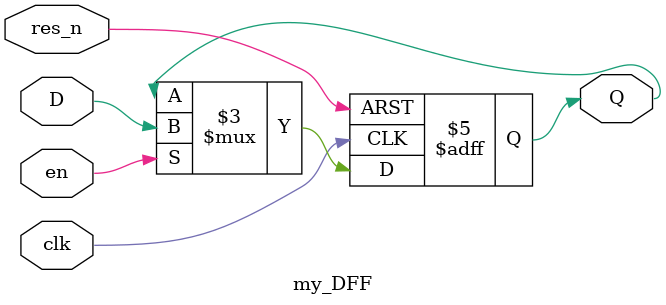
<source format=sv>
module my_DFF (clk, en, res_n, D, Q);

input logic clk, en, res_n, D;
output logic 					 Q;

always_ff @(posedge clk or negedge res_n) begin
	if (!res_n)
		Q <= 0;
	else begin
		if (en)
			Q <= D;
	end
end

endmodule

</source>
